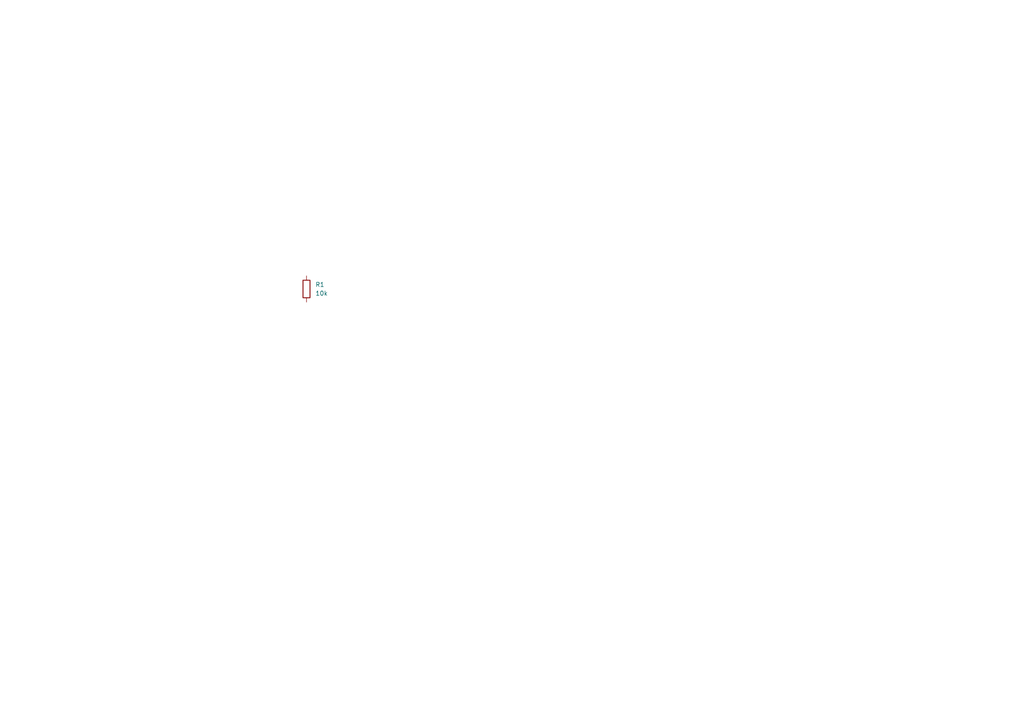
<source format=kicad_sch>
(kicad_sch (version 20231120) (generator "eeschema") (generator_version "8.0")
  (paper "A4")
  (lib_symbols
    (symbol "AAA_Preferred_WUT:KOA Speer RK73H1ETTP1002F" (pin_numbers hide) (pin_names (offset 0))
      (property "Reference" "R" (at 2.032 0 90))
      (property "Value" "10k" (at 0 0 90))
      (symbol "KOA Speer RK73H1ETTP1002F_0_1"
        (rectangle (start -1.016 -2.54) (end 1.016 2.54) (stroke (width 0.254)))
      )
      (symbol "KOA Speer RK73H1ETTP1002F_1_1"
        (pin passive line (at 0 3.81 270) (length 1.27) (name "~") (number "1"))
        (pin passive line (at 0 -3.81 90) (length 1.27) (name "~") (number "2"))
      )
    )
  )
  (symbol (lib_id "AAA_Preferred_WUT:KOA Speer RK73H1ETTP1002F") (at 88.9 83.82 0) (unit 1)
    (property "Reference" "R1" (at 91.44 82.5499 0) (effects (justify left)))
    (property "Value" "10k" (at 91.44 85.0899 0) (effects (justify left)))
    (property "Footprint" "Resistor_SMD:R_0402_1005Metric" (effects (hide yes)))
    (property "Datasheet" "https://www.koaspeer.com/pdfs/RK73H.pdf" (effects (hide yes)))
    (property "Description" "10k +-1% 0402 Resistor" (effects (hide yes)))
    (property "MPN" "RK73H1ETTP1002F" (effects (hide yes)))
    (property "Manufacturer" "KOA Speer" (effects (hide yes)))
    (property "Tolerance" "1%" (effects (hide yes)))
    (property "Height" "0.4mm" (effects (hide yes)))
  )
)
</source>
